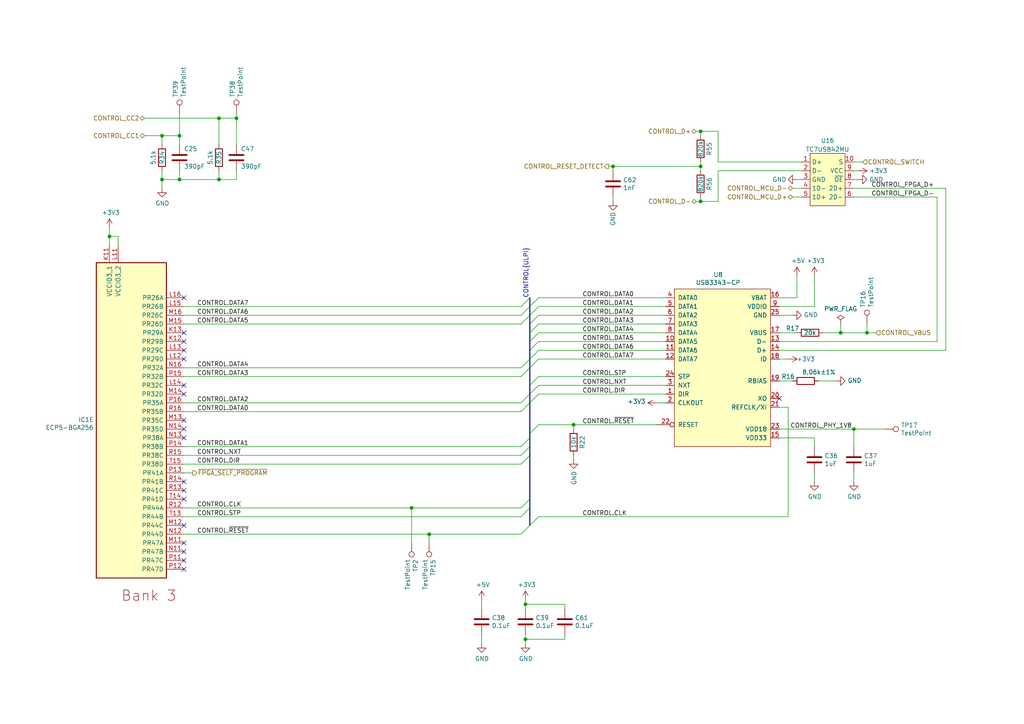
<source format=kicad_sch>
(kicad_sch (version 20211123) (generator eeschema)
  (paper "A4")
  (title_block (title "LUNA USB Multitool") (date "2023-02-17") (rev "r0.5+") (company "Copyright 2019-2023 Great Scott Gadgets") (comment 1 "Licensed under the CERN-OHL-P v2"))
  (lib_symbols
    (symbol "Connector:TestPoint" (pin_numbers hide) (pin_names (offset 0.762) hide)
      (property "Reference" "TP" (at 0 6.858 0))
      (property "Value" "TestPoint" (at 0 5.08 0))
      (symbol "TestPoint_0_1"
        (circle (center 0 3.302) (radius 0.762))
      )
      (symbol "TestPoint_1_1"
        (pin passive line (at 0 0 90) (length 2.54) (name "1") (number "1"))
      )
    )
    (symbol "Device:C" (pin_numbers hide) (pin_names (offset 0.254))
      (property "Reference" "C" (at 0.635 2.54 0))
      (property "Value" "C" (at 0.635 -2.54 0))
      (symbol "C_0_1"
        (polyline (pts (xy -2.032 -0.762) (xy 2.032 -0.762)) (stroke (width 0.508)))
        (polyline (pts (xy -2.032 0.762) (xy 2.032 0.762)) (stroke (width 0.508)))
      )
      (symbol "C_1_1"
        (pin passive line (at 0 3.81 270) (length 2.794) (name "~") (number "1"))
        (pin passive line (at 0 -3.81 90) (length 2.794) (name "~") (number "2"))
      )
    )
    (symbol "Device:R" (pin_numbers hide) (pin_names (offset 0))
      (property "Reference" "R" (at 2.032 0 90))
      (property "Value" "R" (at 0 0 90))
      (symbol "R_0_1"
        (rectangle (start -1.016 -2.54) (end 1.016 2.54) (stroke (width 0.254)))
      )
      (symbol "R_1_1"
        (pin passive line (at 0 3.81 270) (length 1.27) (name "~") (number "1"))
        (pin passive line (at 0 -3.81 90) (length 1.27) (name "~") (number "2"))
      )
    )
    (symbol "TC7USB42MU_1"
      (property "Reference" "U" (at 0 8.89 0))
      (property "Value" "TC7USB42MU_1" (at 0 -8.89 0))
      (symbol "TC7USB42MU_1_0_1"
        (rectangle (start -5.08 7.62) (end 5.08 -7.62) (stroke (width 0.1524)) (fill (type background)))
      )
      (symbol "TC7USB42MU_1_1_1"
        (pin bidirectional line (at -7.62 5.08 0) (length 2.54) (name "D+") (number "1"))
        (pin input line (at 7.62 5.08 180) (length 2.54) (name "S") (number "10"))
        (pin bidirectional line (at -7.62 2.54 0) (length 2.54) (name "D-") (number "2"))
        (pin power_in line (at -7.62 0 0) (length 2.54) (name "GND") (number "3"))
        (pin bidirectional line (at -7.62 -2.54 0) (length 2.54) (name "1D-") (number "4"))
        (pin bidirectional line (at -7.62 -5.08 0) (length 2.54) (name "1D+") (number "5"))
        (pin bidirectional line (at 7.62 -5.08 180) (length 2.54) (name "2D-") (number "6"))
        (pin bidirectional line (at 7.62 -2.54 180) (length 2.54) (name "2D+") (number "7"))
        (pin input line (at 7.62 0 180) (length 2.54) (name "~{OE}") (number "8"))
        (pin power_in line (at 7.62 2.54 180) (length 2.54) (name "VCC") (number "9"))
      )
    )
    (symbol "fpgas_and_processors:ECP5-BGA256" (pin_names (offset 0.762))
      (property "Reference" "IC" (at -2.54 1.27 0))
      (property "Value" "ECP5-BGA256" (at 10.16 1.27 0))
      (symbol "ECP5-BGA256_1_0"
        (rectangle (start 5.08 0) (end 33.02 -71.12) (stroke (width 0.3048)) (fill (type background)))
      )
      (symbol "ECP5-BGA256_1_1"
        (text "FPGA Supplies" (at 19.05 -76.2 0) (effects (font (size 2.9972 2.9972))))
        (pin power_in line (at 38.1 -2.54 180) (length 5.08) (name "GND_1") (number "A1"))
        (pin power_in line (at 38.1 -5.08 180) (length 5.08) (name "GND_2") (number "A16"))
        (pin power_in line (at 38.1 -10.16 180) (length 5.08) (name "GND_4") (number "D15"))
        (pin power_in line (at 38.1 -7.62 180) (length 5.08) (name "GND_3") (number "D2"))
        (pin power_in line (at 38.1 -12.7 180) (length 5.08) (name "GND_5") (number "F8"))
        (pin power_in line (at 38.1 -15.24 180) (length 5.08) (name "GND_6") (number "F9"))
        (pin power_in line (at 38.1 -20.32 180) (length 5.08) (name "GND_8") (number "G10"))
        (pin power_in line (at 0 -66.04 0) (length 5.08) (name "VCCAUX_1") (number "G11"))
        (pin power_in line (at 0 -2.54 0) (length 5.08) (name "VCC_1") (number "G6"))
        (pin power_in line (at 0 -5.08 0) (length 5.08) (name "VCC_2") (number "G7"))
        (pin power_in line (at 38.1 -17.78 180) (length 5.08) (name "GND_7") (number "G8"))
        (pin power_in line (at 0 -7.62 0) (length 5.08) (name "VCC_3") (number "G9"))
        (pin power_in line (at 38.1 -22.86 180) (length 5.08) (name "GND_9") (number "H1"))
        (pin power_in line (at 38.1 -30.48 180) (length 5.08) (name "GND_12") (number "H10"))
        (pin power_in line (at 38.1 -33.02 180) (length 5.08) (name "GND_13") (number "H16"))
        (pin power_in line (at 38.1 -25.4 180) (length 5.08) (name "GND_10") (number "H8"))
        (pin power_in line (at 38.1 -27.94 180) (length 5.08) (name "GND_11") (number "H9"))
        (pin power_in line (at 38.1 -40.64 180) (length 5.08) (name "GND_16") (number "J10"))
        (pin power_in line (at 38.1 -35.56 180) (length 5.08) (name "GND_14") (number "J8"))
        (pin power_in line (at 38.1 -38.1 180) (length 5.08) (name "GND_15") (number "J9"))
        (pin power_in line (at 38.1 -53.34 180) (length 5.08) (name "GND_21") (number "K10"))
        (pin power_in line (at 38.1 -43.18 180) (length 5.08) (name "GND_17") (number "K6"))
        (pin power_in line (at 38.1 -45.72 180) (length 5.08) (name "GND_18") (number "K7"))
        (pin power_in line (at 38.1 -48.26 180) (length 5.08) (name "GND_19") (number "K8"))
        (pin power_in line (at 38.1 -50.8 180) (length 5.08) (name "GND_20") (number "K9"))
        (pin power_in line (at 0 -15.24 0) (length 5.08) (name "VCC_6") (number "L10"))
        (pin power_in line (at 0 -68.58 0) (length 5.08) (name "VCCAUX_2") (number "L7"))
        (pin power_in line (at 0 -10.16 0) (length 5.08) (name "VCC_4") (number "L8"))
        (pin power_in line (at 0 -12.7 0) (length 5.08) (name "VCC_5") (number "L9"))
        (pin power_in line (at 38.1 -58.42 180) (length 5.08) (name "GND_23") (number "N15"))
        (pin power_in line (at 38.1 -55.88 180) (length 5.08) (name "GND_22") (number "N2"))
        (pin power_in line (at 38.1 -60.96 180) (length 5.08) (name "GND_24") (number "T1"))
        (pin power_in line (at 38.1 -66.04 180) (length 5.08) (name "GND_26") (number "T12"))
        (pin power_in line (at 38.1 -68.58 180) (length 5.08) (name "GND_27") (number "T16"))
        (pin power_in line (at 38.1 -63.5 180) (length 5.08) (name "GND_25") (number "T5"))
      )
      (symbol "ECP5-BGA256_2_1"
        (rectangle (start 0 0) (end 19.05 -74.93) (stroke (width 0.3048)) (fill (type background)))
        (text "Bank 0" (at 10.16 -78.74 0) (effects (font (size 2.9972 2.9972))))
        (pin bidirectional line (at 24.13 -11.43 180) (length 5.08) (name "PT4A") (number "A2"))
        (pin bidirectional line (at 24.13 -16.51 180) (length 5.08) (name "PT6A") (number "A3"))
        (pin bidirectional line (at 24.13 -19.05 180) (length 5.08) (name "PT6B") (number "A4"))
        (pin bidirectional line (at 24.13 -43.18 180) (length 5.08) (name "PT18A") (number "A5"))
        (pin bidirectional line (at 24.13 -45.72 180) (length 5.08) (name "PT18B") (number "A6"))
        (pin bidirectional line (at 24.13 -68.58 180) (length 5.08) (name "PT29A") (number "A7"))
        (pin bidirectional line (at 24.13 -71.12 180) (length 5.08) (name "PT29B") (number "A8"))
        (pin bidirectional line (at 24.13 -13.97 180) (length 5.08) (name "PT4B") (number "B3"))
        (pin bidirectional line (at 24.13 -29.21 180) (length 5.08) (name "PT11B") (number "B4"))
        (pin bidirectional line (at 24.13 -39.37 180) (length 5.08) (name "PT15B") (number "B5"))
        (pin bidirectional line (at 24.13 -55.88 180) (length 5.08) (name "PT22B") (number "B6"))
        (pin bidirectional line (at 24.13 -66.04 180) (length 5.08) (name "PT27B") (number "B7"))
        (pin bidirectional line (at 24.13 -26.67 180) (length 5.08) (name "PT11A") (number "C4"))
        (pin bidirectional line (at 24.13 -36.83 180) (length 5.08) (name "PT15A") (number "C5"))
        (pin bidirectional line (at 24.13 -53.34 180) (length 5.08) (name "PT22A") (number "C6"))
        (pin bidirectional line (at 24.13 -63.5 180) (length 5.08) (name "PT27A") (number "C7"))
        (pin bidirectional line (at 24.13 -24.13 180) (length 5.08) (name "PT9B") (number "D4"))
        (pin bidirectional line (at 24.13 -34.29 180) (length 5.08) (name "PT13B") (number "D5"))
        (pin bidirectional line (at 24.13 -50.8 180) (length 5.08) (name "PT20B") (number "D6"))
        (pin bidirectional line (at 24.13 -60.96 180) (length 5.08) (name "PT24B") (number "D7"))
        (pin bidirectional line (at 24.13 -21.59 180) (length 5.08) (name "PT9A") (number "E4"))
        (pin bidirectional line (at 24.13 -31.75 180) (length 5.08) (name "PT13A") (number "E5"))
        (pin bidirectional line (at 24.13 -48.26 180) (length 5.08) (name "PT20A") (number "E6"))
        (pin bidirectional line (at 24.13 -58.42 180) (length 5.08) (name "PT24A") (number "E7"))
        (pin power_in line (at 7.62 5.08 270) (length 5.08) (name "VCCIO0_1") (number "F6"))
        (pin power_in line (at 5.08 5.08 270) (length 5.08) (name "VCCIO0_2") (number "F7"))
      )
      (symbol "ECP5-BGA256_3_0"
        (rectangle (start 0 0) (end 21.59 -93.98) (stroke (width 0.3048)) (fill (type background)))
      )
      (symbol "ECP5-BGA256_3_1"
        (text "Bank 1" (at 8.89 -96.52 0) (effects (font (size 2.9972 2.9972))))
        (pin bidirectional line (at 26.67 -34.29 180) (length 5.08) (name "PT42B") (number "A10"))
        (pin bidirectional line (at 26.67 -57.15 180) (length 5.08) (name "PT53A") (number "A11"))
        (pin bidirectional line (at 26.67 -59.69 180) (length 5.08) (name "PT53B") (number "A12"))
        (pin bidirectional line (at 26.67 -82.55 180) (length 5.08) (name "PT65A") (number "A13"))
        (pin bidirectional line (at 26.67 -85.09 180) (length 5.08) (name "PT65B") (number "A14"))
        (pin bidirectional line (at 26.67 -90.17 180) (length 5.08) (name "PT67B") (number "A15"))
        (pin bidirectional line (at 26.67 -31.75 180) (length 5.08) (name "PT42A") (number "A9"))
        (pin bidirectional line (at 26.67 -36.83 180) (length 5.08) (name "PT44A") (number "B10"))
        (pin bidirectional line (at 26.67 -46.99 180) (length 5.08) (name "PT49A") (number "B11"))
        (pin bidirectional line (at 26.67 -62.23 180) (length 5.08) (name "PT56A") (number "B12"))
        (pin bidirectional line (at 26.67 -72.39 180) (length 5.08) (name "PT60A") (number "B13"))
        (pin bidirectional line (at 26.67 -87.63 180) (length 5.08) (name "PT67A") (number "B14"))
        (pin bidirectional line (at 26.67 -19.05 180) (length 5.08) (name "PT35B") (number "B8"))
        (pin bidirectional line (at 26.67 -21.59 180) (length 5.08) (name "PT38A") (number "B9"))
        (pin bidirectional line (at 26.67 -39.37 180) (length 5.08) (name "PT44B") (number "C10"))
        (pin bidirectional line (at 26.67 -49.53 180) (length 5.08) (name "PT49B") (number "C11"))
        (pin bidirectional line (at 26.67 -64.77 180) (length 5.08) (name "PT56B") (number "C12"))
        (pin bidirectional line (at 26.67 -74.93 180) (length 5.08) (name "PT60B") (number "C13"))
        (pin bidirectional line (at 26.67 -16.51 180) (length 5.08) (name "PT35A") (number "C8"))
        (pin bidirectional line (at 26.67 -24.13 180) (length 5.08) (name "PT38B") (number "C9"))
        (pin bidirectional line (at 26.67 -41.91 180) (length 5.08) (name "PT47A") (number "D10"))
        (pin bidirectional line (at 26.67 -52.07 180) (length 5.08) (name "PT51A") (number "D11"))
        (pin bidirectional line (at 26.67 -67.31 180) (length 5.08) (name "PT58A") (number "D12"))
        (pin bidirectional line (at 26.67 -77.47 180) (length 5.08) (name "PT62A") (number "D13"))
        (pin bidirectional line (at 26.67 -13.97 180) (length 5.08) (name "PT33B") (number "D8"))
        (pin bidirectional line (at 26.67 -26.67 180) (length 5.08) (name "PT40A") (number "D9"))
        (pin bidirectional line (at 26.67 -44.45 180) (length 5.08) (name "PT47B") (number "E10"))
        (pin bidirectional line (at 26.67 -54.61 180) (length 5.08) (name "PT51B") (number "E11"))
        (pin bidirectional line (at 26.67 -69.85 180) (length 5.08) (name "PT58B") (number "E12"))
        (pin bidirectional line (at 26.67 -80.01 180) (length 5.08) (name "PT62B") (number "E13"))
        (pin bidirectional line (at 26.67 -11.43 180) (length 5.08) (name "PT33A") (number "E8"))
        (pin bidirectional line (at 26.67 -29.21 180) (length 5.08) (name "PT40B") (number "E9"))
        (pin power_in line (at 6.35 5.08 270) (length 5.08) (name "VCCIO1_1") (number "F10"))
        (pin power_in line (at 3.81 5.08 270) (length 5.08) (name "VCCIO1_2") (number "F11"))
      )
      (symbol "ECP5-BGA256_4_1"
        (rectangle (start 0 0) (end 19.05 -93.98) (stroke (width 0.3048)) (fill (type background)))
        (text "Bank 2" (at 10.16 -97.79 0) (effects (font (size 2.9972 2.9972))))
        (pin bidirectional line (at 24.13 -13.97 180) (length 5.08) (name "PR2B") (number "B15"))
        (pin bidirectional line (at 24.13 -11.43 180) (length 5.08) (name "PR2A") (number "B16"))
        (pin bidirectional line (at 24.13 -16.51 180) (length 5.08) (name "PR2C") (number "C14"))
        (pin bidirectional line (at 24.13 -24.13 180) (length 5.08) (name "PR5B") (number "C15"))
        (pin bidirectional line (at 24.13 -21.59 180) (length 5.08) (name "PR5A") (number "C16"))
        (pin bidirectional line (at 24.13 -19.05 180) (length 5.08) (name "PR2D") (number "D14"))
        (pin bidirectional line (at 24.13 -31.75 180) (length 5.08) (name "PR8A") (number "D16"))
        (pin bidirectional line (at 24.13 -26.67 180) (length 5.08) (name "PR5C") (number "E14"))
        (pin bidirectional line (at 24.13 -34.29 180) (length 5.08) (name "PR8B") (number "E15"))
        (pin bidirectional line (at 24.13 -49.53 180) (length 5.08) (name "PR11D") (number "E16"))
        (pin bidirectional line (at 24.13 -39.37 180) (length 5.08) (name "PR8D") (number "F12"))
        (pin bidirectional line (at 24.13 -36.83 180) (length 5.08) (name "PR8C") (number "F13"))
        (pin bidirectional line (at 24.13 -29.21 180) (length 5.08) (name "PR5D") (number "F14"))
        (pin bidirectional line (at 24.13 -46.99 180) (length 5.08) (name "PR11C") (number "F15"))
        (pin bidirectional line (at 24.13 -52.07 180) (length 5.08) (name "PR14A") (number "F16"))
        (pin bidirectional line (at 24.13 -41.91 180) (length 5.08) (name "PR11A") (number "G12"))
        (pin bidirectional line (at 24.13 -44.45 180) (length 5.08) (name "PR11B") (number "G13"))
        (pin bidirectional line (at 24.13 -57.15 180) (length 5.08) (name "PR14C") (number "G14"))
        (pin bidirectional line (at 24.13 -54.61 180) (length 5.08) (name "PR14B") (number "G15"))
        (pin bidirectional line (at 24.13 -72.39 180) (length 5.08) (name "PR20A") (number "G16"))
        (pin power_in line (at 3.81 5.08 270) (length 5.08) (name "VCCIO2_1") (number "H11"))
        (pin bidirectional line (at 24.13 -62.23 180) (length 5.08) (name "PR17A") (number "H12"))
        (pin bidirectional line (at 24.13 -64.77 180) (length 5.08) (name "PR17B") (number "H13"))
        (pin bidirectional line (at 24.13 -59.69 180) (length 5.08) (name "PR14D") (number "H14"))
        (pin bidirectional line (at 24.13 -74.93 180) (length 5.08) (name "PR20B") (number "H15"))
        (pin power_in line (at 6.35 5.08 270) (length 5.08) (name "VCCIO2_2") (number "J11"))
        (pin bidirectional line (at 24.13 -69.85 180) (length 5.08) (name "PR17D") (number "J12"))
        (pin bidirectional line (at 24.13 -67.31 180) (length 5.08) (name "PR17C") (number "J13"))
        (pin bidirectional line (at 24.13 -77.47 180) (length 5.08) (name "PR20C") (number "J14"))
        (pin bidirectional line (at 24.13 -85.09 180) (length 5.08) (name "PR23B") (number "J15"))
        (pin bidirectional line (at 24.13 -82.55 180) (length 5.08) (name "PR23A") (number "J16"))
        (pin bidirectional line (at 24.13 -80.01 180) (length 5.08) (name "PR20D") (number "K14"))
        (pin bidirectional line (at 24.13 -90.17 180) (length 5.08) (name "PR23D") (number "K15"))
        (pin bidirectional line (at 24.13 -87.63 180) (length 5.08) (name "PR23C") (number "K16"))
      )
      (symbol "ECP5-BGA256_5_0"
        (rectangle (start 0 0) (end 20.32 -91.44) (stroke (width 0.3048)) (fill (type background)))
      )
      (symbol "ECP5-BGA256_5_1"
        (text "Bank 3" (at 15.24 -96.52 0) (effects (font (size 2.9972 2.9972))))
        (pin power_in line (at 3.81 5.08 270) (length 5.08) (name "VCCIO3_1") (number "K11"))
        (pin bidirectional line (at 25.4 -22.86 180) (length 5.08) (name "PR29B") (number "K12"))
        (pin bidirectional line (at 25.4 -20.32 180) (length 5.08) (name "PR29A") (number "K13"))
        (pin power_in line (at 6.35 5.08 270) (length 5.08) (name "VCCIO3_2") (number "L11"))
        (pin bidirectional line (at 25.4 -27.94 180) (length 5.08) (name "PR29D") (number "L12"))
        (pin bidirectional line (at 25.4 -25.4 180) (length 5.08) (name "PR29C") (number "L13"))
        (pin bidirectional line (at 25.4 -35.56 180) (length 5.08) (name "PR32C") (number "L14"))
        (pin bidirectional line (at 25.4 -12.7 180) (length 5.08) (name "PR26B") (number "L15"))
        (pin bidirectional line (at 25.4 -10.16 180) (length 5.08) (name "PR26A") (number "L16"))
        (pin bidirectional line (at 25.4 -81.28 180) (length 5.08) (name "PR47A") (number "M11"))
        (pin bidirectional line (at 25.4 -76.2 180) (length 5.08) (name "PR44C") (number "M12"))
        (pin bidirectional line (at 25.4 -45.72 180) (length 5.08) (name "PR35C") (number "M13"))
        (pin bidirectional line (at 25.4 -38.1 180) (length 5.08) (name "PR32D") (number "M14"))
        (pin bidirectional line (at 25.4 -17.78 180) (length 5.08) (name "PR26D") (number "M15"))
        (pin bidirectional line (at 25.4 -15.24 180) (length 5.08) (name "PR26C") (number "M16"))
        (pin bidirectional line (at 25.4 -83.82 180) (length 5.08) (name "PR47B") (number "N11"))
        (pin bidirectional line (at 25.4 -78.74 180) (length 5.08) (name "PR44D") (number "N12"))
        (pin bidirectional line (at 25.4 -50.8 180) (length 5.08) (name "PR38A") (number "N13"))
        (pin bidirectional line (at 25.4 -48.26 180) (length 5.08) (name "PR35D") (number "N14"))
        (pin bidirectional line (at 25.4 -30.48 180) (length 5.08) (name "PR32A") (number "N16"))
        (pin bidirectional line (at 25.4 -86.36 180) (length 5.08) (name "PR47C") (number "P11"))
        (pin bidirectional line (at 25.4 -88.9 180) (length 5.08) (name "PR47D") (number "P12"))
        (pin bidirectional line (at 25.4 -60.96 180) (length 5.08) (name "PR41A") (number "P13"))
        (pin bidirectional line (at 25.4 -53.34 180) (length 5.08) (name "PR38B") (number "P14"))
        (pin bidirectional line (at 25.4 -33.02 180) (length 5.08) (name "PR32B") (number "P15"))
        (pin bidirectional line (at 25.4 -40.64 180) (length 5.08) (name "PR35A") (number "P16"))
        (pin bidirectional line (at 25.4 -71.12 180) (length 5.08) (name "PR44A") (number "R12"))
        (pin bidirectional line (at 25.4 -66.04 180) (length 5.08) (name "PR41C") (number "R13"))
        (pin bidirectional line (at 25.4 -63.5 180) (length 5.08) (name "PR41B") (number "R14"))
        (pin bidirectional line (at 25.4 -55.88 180) (length 5.08) (name "PR38C") (number "R15"))
        (pin bidirectional line (at 25.4 -43.18 180) (length 5.08) (name "PR35B") (number "R16"))
        (pin bidirectional line (at 25.4 -73.66 180) (length 5.08) (name "PR44B") (number "T13"))
        (pin bidirectional line (at 25.4 -68.58 180) (length 5.08) (name "PR41D") (number "T14"))
        (pin bidirectional line (at 25.4 -58.42 180) (length 5.08) (name "PR38D") (number "T15"))
      )
      (symbol "ECP5-BGA256_6_1"
        (rectangle (start 0 0) (end 19.05 -106.68) (stroke (width 0.3048)) (fill (type background)))
        (text "Bank 6" (at 11.43 -110.49 0) (effects (font (size 2.9972 2.9972))))
        (pin power_in line (at 3.81 5.08 270) (length 5.08) (name "VCCIO6_1") (number "J6"))
        (pin power_in line (at 6.35 5.08 270) (length 5.08) (name "VCCIO6_2") (number "J7"))
        (pin bidirectional line (at 24.13 -25.4 180) (length 5.08) (name "PL29A") (number "K4"))
        (pin bidirectional line (at 24.13 -27.94 180) (length 5.08) (name "PL29B") (number "K5"))
        (pin bidirectional line (at 24.13 -13.97 180) (length 5.08) (name "PL26A") (number "L1"))
        (pin bidirectional line (at 24.13 -16.51 180) (length 5.08) (name "PL26B") (number "L2"))
        (pin bidirectional line (at 24.13 -41.91 180) (length 5.08) (name "PL32C") (number "L3"))
        (pin bidirectional line (at 24.13 -30.48 180) (length 5.08) (name "PL29C") (number "L4"))
        (pin bidirectional line (at 24.13 -33.02 180) (length 5.08) (name "PL29D") (number "L5"))
        (pin bidirectional line (at 24.13 -19.05 180) (length 5.08) (name "PL26C") (number "M1"))
        (pin bidirectional line (at 24.13 -21.59 180) (length 5.08) (name "PL26D") (number "M2"))
        (pin bidirectional line (at 24.13 -44.45 180) (length 5.08) (name "PL32D") (number "M3"))
        (pin bidirectional line (at 24.13 -53.34 180) (length 5.08) (name "PL35C") (number "M4"))
        (pin bidirectional line (at 24.13 -78.74 180) (length 5.08) (name "PL44C") (number "M5"))
        (pin bidirectional line (at 24.13 -96.52 180) (length 5.08) (name "PL47A") (number "M6"))
        (pin bidirectional line (at 24.13 -36.83 180) (length 5.08) (name "PL32A") (number "N1"))
        (pin bidirectional line (at 24.13 -55.88 180) (length 5.08) (name "PL35D") (number "N3"))
        (pin bidirectional line (at 24.13 -60.96 180) (length 5.08) (name "PL38A") (number "N4"))
        (pin bidirectional line (at 24.13 -81.28 180) (length 5.08) (name "PL44D") (number "N5"))
        (pin bidirectional line (at 24.13 -99.06 180) (length 5.08) (name "PL47B") (number "N6"))
        (pin bidirectional line (at 24.13 -48.26 180) (length 5.08) (name "PL35A") (number "P1"))
        (pin bidirectional line (at 24.13 -39.37 180) (length 5.08) (name "PL32B") (number "P2"))
        (pin bidirectional line (at 24.13 -63.5 180) (length 5.08) (name "PL38B") (number "P3"))
        (pin bidirectional line (at 24.13 -85.09 180) (length 5.08) (name "PL41A") (number "P4"))
        (pin bidirectional line (at 24.13 -101.6 180) (length 5.08) (name "PL47D") (number "P5"))
        (pin bidirectional line (at 24.13 -104.14 180) (length 5.08) (name "PL47C") (number "P6"))
        (pin bidirectional line (at 24.13 -50.8 180) (length 5.08) (name "PL35B") (number "R1"))
        (pin bidirectional line (at 24.13 -66.04 180) (length 5.08) (name "PL38C") (number "R2"))
        (pin bidirectional line (at 24.13 -87.63 180) (length 5.08) (name "PL41B") (number "R3"))
        (pin bidirectional line (at 24.13 -90.17 180) (length 5.08) (name "PL41C") (number "R4"))
        (pin bidirectional line (at 24.13 -73.66 180) (length 5.08) (name "PL44A") (number "R5"))
        (pin bidirectional line (at 24.13 -68.58 180) (length 5.08) (name "PL38D") (number "T2"))
        (pin bidirectional line (at 24.13 -92.71 180) (length 5.08) (name "PL41D") (number "T3"))
        (pin bidirectional line (at 24.13 -76.2 180) (length 5.08) (name "PL44B") (number "T4"))
      )
      (symbol "ECP5-BGA256_7_1"
        (rectangle (start 0 0) (end 20.32 -109.22) (stroke (width 0.3048)) (fill (type background)))
        (text "Bank 7" (at 12.7 -113.03 0) (effects (font (size 2.9972 2.9972))))
        (pin bidirectional line (at 25.4 -10.16 180) (length 5.08) (name "PL2A") (number "B1"))
        (pin bidirectional line (at 25.4 -12.7 180) (length 5.08) (name "PL2B") (number "B2"))
        (pin bidirectional line (at 25.4 -22.86 180) (length 5.08) (name "PL5A") (number "C1"))
        (pin bidirectional line (at 25.4 -25.4 180) (length 5.08) (name "PL5B") (number "C2"))
        (pin bidirectional line (at 25.4 -15.24 180) (length 5.08) (name "PL2C") (number "C3"))
        (pin bidirectional line (at 25.4 -35.56 180) (length 5.08) (name "PL8A") (number "D1"))
        (pin bidirectional line (at 25.4 -17.78 180) (length 5.08) (name "PL2D") (number "D3"))
        (pin bidirectional line (at 25.4 -54.61 180) (length 5.08) (name "PL11D") (number "E1"))
        (pin bidirectional line (at 25.4 -38.1 180) (length 5.08) (name "PL8B") (number "E2"))
        (pin bidirectional line (at 25.4 -27.94 180) (length 5.08) (name "PL5C") (number "E3"))
        (pin bidirectional line (at 25.4 -59.69 180) (length 5.08) (name "PL14A") (number "F1"))
        (pin bidirectional line (at 25.4 -52.07 180) (length 5.08) (name "PL11C") (number "F2"))
        (pin bidirectional line (at 25.4 -30.48 180) (length 5.08) (name "PL5D") (number "F3"))
        (pin bidirectional line (at 25.4 -40.64 180) (length 5.08) (name "PL8C") (number "F4"))
        (pin bidirectional line (at 25.4 -43.18 180) (length 5.08) (name "PL8D") (number "F5"))
        (pin bidirectional line (at 25.4 -82.55 180) (length 5.08) (name "PL20A") (number "G1"))
        (pin bidirectional line (at 25.4 -62.23 180) (length 5.08) (name "PL14B") (number "G2"))
        (pin bidirectional line (at 25.4 -64.77 180) (length 5.08) (name "PL14C") (number "G3"))
        (pin bidirectional line (at 25.4 -49.53 180) (length 5.08) (name "PL11B") (number "G4"))
        (pin bidirectional line (at 25.4 -46.99 180) (length 5.08) (name "PL11A") (number "G5"))
        (pin bidirectional line (at 25.4 -85.09 180) (length 5.08) (name "PL20B") (number "H2"))
        (pin bidirectional line (at 25.4 -67.31 180) (length 5.08) (name "PL14D") (number "H3"))
        (pin bidirectional line (at 25.4 -73.66 180) (length 5.08) (name "PL17B") (number "H4"))
        (pin bidirectional line (at 25.4 -71.12 180) (length 5.08) (name "PL17A") (number "H5"))
        (pin power_in line (at 7.62 5.08 270) (length 5.08) (name "VCCIO7_1") (number "H6"))
        (pin power_in line (at 5.08 5.08 270) (length 5.08) (name "VCCIO7_2") (number "H7"))
        (pin bidirectional line (at 25.4 -95.25 180) (length 5.08) (name "PL23A") (number "J1"))
        (pin bidirectional line (at 25.4 -97.79 180) (length 5.08) (name "PL23B") (number "J2"))
        (pin bidirectional line (at 25.4 -87.63 180) (length 5.08) (name "PL20C") (number "J3"))
        (pin bidirectional line (at 25.4 -76.2 180) (length 5.08) (name "PL17C") (number "J4"))
        (pin bidirectional line (at 25.4 -78.74 180) (length 5.08) (name "PL17D") (number "J5"))
        (pin bidirectional line (at 25.4 -100.33 180) (length 5.08) (name "PL23C") (number "K1"))
        (pin bidirectional line (at 25.4 -102.87 180) (length 5.08) (name "PL23D") (number "K2"))
        (pin bidirectional line (at 25.4 -90.17 180) (length 5.08) (name "PL20D") (number "K3"))
      )
      (symbol "ECP5-BGA256_8_0"
        (text "(Config)" (at 13.97 -97.79 0) (effects (font (size 2.9972 2.9972))))
        (text "Bank 8" (at 13.97 -92.71 0) (effects (font (size 2.9972 2.9972))))
      )
      (symbol "ECP5-BGA256_8_1"
        (rectangle (start 0 0) (end 21.59 -88.9) (stroke (width 0.3048)) (fill (type background)))
        (pin power_in line (at 5.08 5.08 270) (length 5.08) (name "VCCIO8") (number "L6"))
        (pin output line (at 26.67 -57.15 180) (length 5.08) (name "TDO") (number "M10"))
        (pin bidirectional line (at 26.67 -24.13 180) (length 5.08) (name "D2/PB9B") (number "M7"))
        (pin bidirectional line (at 26.67 -39.37 180) (length 5.08) (name "DOUT/CSON/PB15B") (number "M8"))
        (pin bidirectional line (at 26.67 -41.91 180) (length 5.08) (name "WRITEEN/PB18A") (number "M9"))
        (pin input line (at 26.67 -68.58 180) (length 5.08) (name "CFG_0") (number "N10"))
        (pin bidirectional line (at 26.67 -21.59 180) (length 5.08) (name "D3/PB9A") (number "N7"))
        (pin bidirectional line (at 26.67 -36.83 180) (length 5.08) (name "HOLDN/DI/PB15A") (number "N8"))
        (pin bidirectional line (at 26.67 -63.5 180) (length 5.08) (name "MCLK/SCLK/CCLK") (number "N9"))
        (pin input line (at 26.67 -71.12 180) (length 5.08) (name "CFG_1") (number "P10"))
        (pin bidirectional line (at 26.67 -19.05 180) (length 5.08) (name "D4/PICO2/PB6B") (number "P7"))
        (pin bidirectional line (at 26.67 -34.29 180) (length 5.08) (name "CS1N/PB13B") (number "P8"))
        (pin bidirectional line (at 26.67 -80.01 180) (length 5.08) (name "DONE") (number "P9"))
        (pin input line (at 26.67 -73.66 180) (length 5.08) (name "CFG_2") (number "R10"))
        (pin input line (at 26.67 -54.61 180) (length 5.08) (name "TDI") (number "R11"))
        (pin bidirectional line (at 26.67 -13.97 180) (length 5.08) (name "D6/PB4B") (number "R6"))
        (pin bidirectional line (at 26.67 -16.51 180) (length 5.08) (name "D5/POCI2/PB6A") (number "R7"))
        (pin bidirectional line (at 26.67 -31.75 180) (length 5.08) (name "SN/CSN/PB13A") (number "R8"))
        (pin bidirectional line (at 26.67 -85.09 180) (length 5.08) (name "PROGRAMN") (number "R9"))
        (pin input line (at 26.67 -52.07 180) (length 5.08) (name "TCK") (number "T10"))
        (pin input line (at 26.67 -49.53 180) (length 5.08) (name "TMS") (number "T11"))
        (pin bidirectional line (at 26.67 -11.43 180) (length 5.08) (name "D7/PB4A") (number "T6"))
        (pin bidirectional line (at 26.67 -26.67 180) (length 5.08) (name "D1/PICO/PB11A") (number "T7"))
        (pin bidirectional line (at 26.67 -29.21 180) (length 5.08) (name "D0/PICO/PB11B") (number "T8"))
        (pin bidirectional line (at 26.67 -82.55 180) (length 5.08) (name "INITN") (number "T9"))
      )
    )
    (symbol "power:+3V3" (power) (pin_names (offset 0))
      (property "Value" "+3V3" (at 0 3.556 0))
      (symbol "+3V3_0_1"
        (polyline (pts (xy -0.762 1.27) (xy 0 2.54)))
        (polyline (pts (xy 0 0) (xy 0 2.54)))
        (polyline (pts (xy 0 2.54) (xy 0.762 1.27)))
      )
      (symbol "+3V3_1_1"
        (pin power_in line (at 0 0 90) (length 0) hide (name "+3V3") (number "1"))
      )
    )
    (symbol "power:+5V" (power) (pin_names (offset 0))
      (property "Value" "+5V" (at 0 3.556 0))
      (symbol "+5V_0_1"
        (polyline (pts (xy -0.762 1.27) (xy 0 2.54)))
        (polyline (pts (xy 0 0) (xy 0 2.54)))
        (polyline (pts (xy 0 2.54) (xy 0.762 1.27)))
      )
      (symbol "+5V_1_1"
        (pin power_in line (at 0 0 90) (length 0) hide (name "+5V") (number "1"))
      )
    )
    (symbol "power:GND" (power) (pin_names (offset 0))
      (property "Value" "GND" (at 0 -3.81 0))
      (symbol "GND_0_1"
        (polyline (pts (xy 0 0) (xy 0 -1.27) (xy 1.27 -1.27) (xy 0 -2.54) (xy -1.27 -1.27) (xy 0 -1.27)))
      )
      (symbol "GND_1_1"
        (pin power_in line (at 0 0 270) (length 0) hide (name "GND") (number "1"))
      )
    )
    (symbol "power:PWR_FLAG" (power) (pin_numbers hide) (pin_names (offset 0) hide)
      (property "Value" "PWR_FLAG" (at 0 3.81 0))
      (symbol "PWR_FLAG_0_0"
        (pin power_out line (at 0 0 90) (length 0) (name "pwr") (number "1"))
      )
      (symbol "PWR_FLAG_0_1"
        (polyline (pts (xy 0 0) (xy 0 1.27) (xy -1.016 1.905) (xy 0 2.54) (xy 1.016 1.905) (xy 0 1.27)))
      )
    )
    (symbol "usb:USB3343" (pin_names (offset 1.016))
      (property "Reference" "U" (at 3.81 -46.99 0))
      (property "Value" "USB3343" (at 25.4 -46.99 0))
      (symbol "USB3343_0_1"
        (rectangle (start 2.54 0) (end 30.48 -45.72) (fill (type background)))
      )
      (symbol "USB3343_1_1"
        (pin output line (at 0 -30.48 0) (length 2.54) (name "DIR") (number "1"))
        (pin bidirectional line (at 0 -15.24 0) (length 2.54) (name "DATA5") (number "10"))
        (pin bidirectional line (at 0 -17.78 0) (length 2.54) (name "DATA6") (number "11"))
        (pin bidirectional line (at 0 -20.32 0) (length 2.54) (name "DATA7") (number "12"))
        (pin bidirectional line (at 33.02 -15.24 180) (length 2.54) (name "D-") (number "13"))
        (pin bidirectional line (at 33.02 -17.78 180) (length 2.54) (name "D+") (number "14"))
        (pin power_out line (at 33.02 -43.18 180) (length 2.54) (name "VDD33") (number "15"))
        (pin power_in line (at 33.02 -2.54 180) (length 2.54) (name "VBAT") (number "16"))
        (pin bidirectional line (at 33.02 -12.7 180) (length 2.54) (name "VBUS") (number "17"))
        (pin input line (at 33.02 -20.32 180) (length 2.54) (name "ID") (number "18"))
        (pin input line (at 33.02 -26.67 180) (length 2.54) (name "RBIAS") (number "19"))
        (pin passive line (at 0 -33.02 0) (length 2.54) (name "CLKOUT") (number "2"))
        (pin output line (at 33.02 -31.75 180) (length 2.54) (name "XO") (number "20"))
        (pin input line (at 33.02 -34.29 180) (length 2.54) (name "REFCLK/XI") (number "21"))
        (pin input inverted (at -2.54 -39.37 0) (length 5.08) (name "RESET") (number "22"))
        (pin power_out line (at 33.02 -40.64 180) (length 2.54) (name "VDD18") (number "23"))
        (pin input line (at 0 -25.4 0) (length 2.54) (name "STP") (number "24"))
        (pin power_in line (at 33.02 -7.62 180) (length 2.54) (name "GND") (number "25"))
        (pin output line (at 0 -27.94 0) (length 2.54) (name "NXT") (number "3"))
        (pin bidirectional line (at 0 -2.54 0) (length 2.54) (name "DATA0") (number "4"))
        (pin bidirectional line (at 0 -5.08 0) (length 2.54) (name "DATA1") (number "5"))
        (pin bidirectional line (at 0 -7.62 0) (length 2.54) (name "DATA2") (number "6"))
        (pin bidirectional line (at 0 -10.16 0) (length 2.54) (name "DATA3") (number "7"))
        (pin bidirectional line (at 0 -12.7 0) (length 2.54) (name "DATA4") (number "8"))
        (pin power_in line (at 33.02 -5.08 180) (length 2.54) (name "VDDIO") (number "9"))
      )
    )
  )
  (junction (at 68.58 34.29))
  (junction (at 152.4 185.42))
  (junction (at 52.07 52.07))
  (junction (at 63.5 34.29))
  (junction (at 251.46 96.52))
  (junction (at 203.2 58.42))
  (junction (at 243.84 96.52))
  (junction (at 119.38 147.32))
  (junction (at 52.07 39.37))
  (junction (at 31.75 68.58))
  (junction (at 46.99 52.07))
  (junction (at 166.37 123.19))
  (junction (at 203.2 48.26))
  (junction (at 124.46 154.94))
  (junction (at 177.8 48.26))
  (junction (at 247.65 124.46))
  (junction (at 203.2 38.1))
  (junction (at 152.4 175.26))
  (junction (at 63.5 52.07))
  (junction (at 46.99 39.37))
  (no_connect (at 53.34 160.02))
  (no_connect (at 53.34 139.7))
  (no_connect (at 53.34 157.48))
  (no_connect (at 53.34 162.56))
  (no_connect (at 53.34 142.24))
  (no_connect (at 53.34 99.06))
  (no_connect (at 53.34 124.46))
  (no_connect (at 53.34 86.36))
  (no_connect (at 53.34 165.1))
  (no_connect (at 53.34 101.6))
  (no_connect (at 53.34 96.52))
  (no_connect (at 53.34 104.14))
  (no_connect (at 53.34 121.92))
  (no_connect (at 53.34 144.78))
  (no_connect (at 53.34 111.76))
  (no_connect (at 53.34 152.4))
  (no_connect (at 226.06 115.57))
  (no_connect (at 53.34 127))
  (no_connect (at 53.34 114.3))
  (bus_entry (at 151.13 154.94) (size 2.54 -2.54))
  (bus_entry (at 156.21 114.3) (size -2.54 2.54))
  (bus_entry (at 156.21 86.36) (size -2.54 2.54))
  (bus_entry (at 151.13 106.68) (size 2.54 -2.54))
  (bus_entry (at 151.13 132.08) (size 2.54 -2.54))
  (bus_entry (at 153.67 152.4) (size 2.54 -2.54))
  (bus_entry (at 153.67 104.14) (size 2.54 -2.54))
  (bus_entry (at 153.67 111.76) (size 2.54 -2.54))
  (bus_entry (at 151.13 109.22) (size 2.54 -2.54))
  (bus_entry (at 153.67 106.68) (size 2.54 -2.54))
  (bus_entry (at 153.67 99.06) (size 2.54 -2.54))
  (bus_entry (at 151.13 91.44) (size 2.54 -2.54))
  (bus_entry (at 151.13 88.9) (size 2.54 -2.54))
  (bus_entry (at 153.67 96.52) (size 2.54 -2.54))
  (bus_entry (at 153.67 101.6) (size 2.54 -2.54))
  (bus_entry (at 153.67 93.98) (size 2.54 -2.54))
  (bus_entry (at 151.13 119.38) (size 2.54 -2.54))
  (bus_entry (at 153.67 132.08) (size -2.54 2.54))
  (bus_entry (at 153.67 125.73) (size 2.54 -2.54))
  (bus_entry (at 151.13 129.54) (size 2.54 -2.54))
  (bus_entry (at 151.13 116.84) (size 2.54 -2.54))
  (bus_entry (at 156.21 111.76) (size -2.54 2.54))
  (bus_entry (at 151.13 149.86) (size 2.54 -2.54))
  (bus_entry (at 151.13 93.98) (size 2.54 -2.54))
  (bus_entry (at 151.13 147.32) (size 2.54 -2.54))
  (bus_entry (at 153.67 91.44) (size 2.54 -2.54))
  (wire (pts (xy 53.34 132.08) (xy 151.13 132.08)))
  (wire (pts (xy 226.06 99.06) (xy 271.78 99.06)))
  (wire (pts (xy 243.84 96.52) (xy 251.46 96.52)))
  (wire (pts (xy 232.41 54.61) (xy 229.87 54.61)))
  (wire (pts (xy 229.87 110.49) (xy 226.06 110.49)))
  (bus (pts (xy 153.67 111.76) (xy 153.67 114.3)))
  (wire (pts (xy 243.84 93.98) (xy 243.84 96.52)))
  (wire (pts (xy 166.37 123.19) (xy 190.5 123.19)))
  (wire (pts (xy 166.37 132.08) (xy 166.37 133.35)))
  (wire (pts (xy 193.04 91.44) (xy 156.21 91.44)))
  (wire (pts (xy 274.32 101.6) (xy 274.32 54.61)))
  (wire (pts (xy 203.2 38.1) (xy 201.93 38.1)))
  (wire (pts (xy 52.07 33.02) (xy 52.07 39.37)))
  (wire (pts (xy 203.2 39.37) (xy 203.2 38.1)))
  (bus (pts (xy 153.67 116.84) (xy 153.67 125.73)))
  (bus (pts (xy 153.67 93.98) (xy 153.67 96.52)))
  (wire (pts (xy 208.28 58.42) (xy 208.28 49.53)))
  (wire (pts (xy 226.06 124.46) (xy 247.65 124.46)))
  (wire (pts (xy 203.2 57.15) (xy 203.2 58.42)))
  (wire (pts (xy 53.34 129.54) (xy 151.13 129.54)))
  (wire (pts (xy 231.14 86.36) (xy 231.14 80.01)))
  (bus (pts (xy 153.67 86.36) (xy 153.67 88.9)))
  (wire (pts (xy 271.78 57.15) (xy 247.65 57.15)))
  (wire (pts (xy 247.65 52.07) (xy 248.92 52.07)))
  (bus (pts (xy 153.67 132.08) (xy 153.67 144.78)))
  (wire (pts (xy 193.04 93.98) (xy 156.21 93.98)))
  (wire (pts (xy 124.46 154.94) (xy 53.34 154.94)))
  (wire (pts (xy 152.4 185.42) (xy 152.4 186.69)))
  (wire (pts (xy 203.2 58.42) (xy 208.28 58.42)))
  (wire (pts (xy 68.58 34.29) (xy 68.58 33.02)))
  (wire (pts (xy 68.58 52.07) (xy 63.5 52.07)))
  (bus (pts (xy 153.67 88.9) (xy 153.67 91.44)))
  (wire (pts (xy 271.78 99.06) (xy 271.78 57.15)))
  (wire (pts (xy 31.75 71.12) (xy 31.75 68.58)))
  (wire (pts (xy 203.2 48.26) (xy 177.8 48.26)))
  (wire (pts (xy 53.34 149.86) (xy 151.13 149.86)))
  (wire (pts (xy 250.19 46.99) (xy 247.65 46.99)))
  (wire (pts (xy 46.99 41.91) (xy 46.99 39.37)))
  (bus (pts (xy 153.67 125.73) (xy 153.67 127)))
  (wire (pts (xy 251.46 96.52) (xy 254 96.52)))
  (wire (pts (xy 152.4 184.15) (xy 152.4 185.42)))
  (wire (pts (xy 231.14 96.52) (xy 226.06 96.52)))
  (wire (pts (xy 247.65 129.54) (xy 247.65 124.46)))
  (wire (pts (xy 226.06 118.11) (xy 228.6 118.11)))
  (wire (pts (xy 52.07 49.53) (xy 52.07 52.07)))
  (wire (pts (xy 68.58 41.91) (xy 68.58 34.29)))
  (wire (pts (xy 31.75 68.58) (xy 34.29 68.58)))
  (wire (pts (xy 226.06 101.6) (xy 274.32 101.6)))
  (wire (pts (xy 177.8 48.26) (xy 176.53 48.26)))
  (wire (pts (xy 139.7 184.15) (xy 139.7 186.69)))
  (wire (pts (xy 193.04 86.36) (xy 156.21 86.36)))
  (wire (pts (xy 193.04 101.6) (xy 156.21 101.6)))
  (wire (pts (xy 232.41 49.53) (xy 208.28 49.53)))
  (wire (pts (xy 193.04 88.9) (xy 156.21 88.9)))
  (wire (pts (xy 166.37 123.19) (xy 156.21 123.19)))
  (wire (pts (xy 53.34 91.44) (xy 151.13 91.44)))
  (wire (pts (xy 208.28 38.1) (xy 203.2 38.1)))
  (wire (pts (xy 228.6 149.86) (xy 228.6 118.11)))
  (wire (pts (xy 177.8 48.26) (xy 177.8 49.53)))
  (wire (pts (xy 163.83 184.15) (xy 163.83 185.42)))
  (wire (pts (xy 163.83 185.42) (xy 152.4 185.42)))
  (wire (pts (xy 226.06 127) (xy 236.22 127)))
  (bus (pts (xy 153.67 104.14) (xy 153.67 106.68)))
  (bus (pts (xy 153.67 127) (xy 153.67 129.54)))
  (bus (pts (xy 153.67 114.3) (xy 153.67 116.84)))
  (wire (pts (xy 247.65 139.7) (xy 247.65 137.16)))
  (wire (pts (xy 193.04 104.14) (xy 156.21 104.14)))
  (wire (pts (xy 46.99 39.37) (xy 41.91 39.37)))
  (wire (pts (xy 46.99 52.07) (xy 46.99 54.61)))
  (wire (pts (xy 247.65 124.46) (xy 256.54 124.46)))
  (wire (pts (xy 226.06 91.44) (xy 229.87 91.44)))
  (wire (pts (xy 208.28 46.99) (xy 232.41 46.99)))
  (wire (pts (xy 31.75 66.04) (xy 31.75 68.58)))
  (bus (pts (xy 153.67 129.54) (xy 153.67 132.08)))
  (wire (pts (xy 55.88 137.16) (xy 53.34 137.16)))
  (wire (pts (xy 124.46 154.94) (xy 124.46 157.48)))
  (wire (pts (xy 152.4 173.99) (xy 152.4 175.26)))
  (wire (pts (xy 236.22 88.9) (xy 226.06 88.9)))
  (wire (pts (xy 208.28 46.99) (xy 208.28 38.1)))
  (wire (pts (xy 236.22 127) (xy 236.22 129.54)))
  (wire (pts (xy 228.6 104.14) (xy 226.06 104.14)))
  (wire (pts (xy 53.34 119.38) (xy 151.13 119.38)))
  (wire (pts (xy 53.34 116.84) (xy 151.13 116.84)))
  (wire (pts (xy 201.93 58.42) (xy 203.2 58.42)))
  (wire (pts (xy 231.14 52.07) (xy 232.41 52.07)))
  (wire (pts (xy 226.06 86.36) (xy 231.14 86.36)))
  (wire (pts (xy 166.37 123.19) (xy 166.37 124.46)))
  (wire (pts (xy 203.2 46.99) (xy 203.2 48.26)))
  (bus (pts (xy 153.67 106.68) (xy 153.67 111.76)))
  (wire (pts (xy 139.7 173.99) (xy 139.7 176.53)))
  (wire (pts (xy 236.22 80.01) (xy 236.22 88.9)))
  (wire (pts (xy 163.83 175.26) (xy 163.83 176.53)))
  (wire (pts (xy 53.34 93.98) (xy 151.13 93.98)))
  (bus (pts (xy 153.67 101.6) (xy 153.67 104.14)))
  (wire (pts (xy 52.07 41.91) (xy 52.07 39.37)))
  (wire (pts (xy 203.2 48.26) (xy 203.2 49.53)))
  (wire (pts (xy 46.99 49.53) (xy 46.99 52.07)))
  (wire (pts (xy 193.04 96.52) (xy 156.21 96.52)))
  (wire (pts (xy 156.21 149.86) (xy 228.6 149.86)))
  (wire (pts (xy 229.87 57.15) (xy 232.41 57.15)))
  (bus (pts (xy 153.67 96.52) (xy 153.67 99.06)))
  (wire (pts (xy 52.07 52.07) (xy 63.5 52.07)))
  (wire (pts (xy 156.21 111.76) (xy 193.04 111.76)))
  (wire (pts (xy 34.29 68.58) (xy 34.29 71.12)))
  (wire (pts (xy 156.21 109.22) (xy 193.04 109.22)))
  (wire (pts (xy 46.99 52.07) (xy 52.07 52.07)))
  (wire (pts (xy 193.04 99.06) (xy 156.21 99.06)))
  (wire (pts (xy 119.38 157.48) (xy 119.38 147.32)))
  (wire (pts (xy 53.34 134.62) (xy 151.13 134.62)))
  (bus (pts (xy 153.67 99.06) (xy 153.67 101.6)))
  (wire (pts (xy 193.04 116.84) (xy 190.5 116.84)))
  (wire (pts (xy 53.34 147.32) (xy 119.38 147.32)))
  (wire (pts (xy 274.32 54.61) (xy 247.65 54.61)))
  (wire (pts (xy 68.58 34.29) (xy 63.5 34.29)))
  (wire (pts (xy 53.34 88.9) (xy 151.13 88.9)))
  (bus (pts (xy 153.67 147.32) (xy 153.67 144.78)))
  (wire (pts (xy 124.46 154.94) (xy 151.13 154.94)))
  (wire (pts (xy 248.92 49.53) (xy 247.65 49.53)))
  (wire (pts (xy 177.8 57.15) (xy 177.8 58.42)))
  (wire (pts (xy 152.4 175.26) (xy 163.83 175.26)))
  (wire (pts (xy 68.58 49.53) (xy 68.58 52.07)))
  (wire (pts (xy 53.34 106.68) (xy 151.13 106.68)))
  (wire (pts (xy 46.99 39.37) (xy 52.07 39.37)))
  (wire (pts (xy 238.76 96.52) (xy 243.84 96.52)))
  (bus (pts (xy 153.67 91.44) (xy 153.67 93.98)))
  (wire (pts (xy 63.5 52.07) (xy 63.5 49.53)))
  (wire (pts (xy 251.46 93.98) (xy 251.46 96.52)))
  (wire (pts (xy 236.22 139.7) (xy 236.22 137.16)))
  (wire (pts (xy 156.21 114.3) (xy 193.04 114.3)))
  (wire (pts (xy 63.5 41.91) (xy 63.5 34.29)))
  (wire (pts (xy 242.57 110.49) (xy 237.49 110.49)))
  (bus (pts (xy 153.67 152.4) (xy 153.67 147.32)))
  (wire (pts (xy 53.34 109.22) (xy 151.13 109.22)))
  (wire (pts (xy 152.4 175.26) (xy 152.4 176.53)))
  (wire (pts (xy 119.38 147.32) (xy 151.13 147.32)))
  (wire (pts (xy 41.91 34.29) (xy 63.5 34.29)))
  (label "CONTROL.CLK" (at 57.15 147.32 0))
  (label "CONTROL.DATA0" (at 57.15 119.38 0))
  (label "CONTROL.DATA5" (at 168.91 99.06 0))
  (label "CONTROL.STP" (at 168.91 109.22 0))
  (label "CONTROL.DATA2" (at 168.91 91.44 0))
  (label "CONTROL.DIR" (at 168.91 114.3 0))
  (label "CONTROL.DATA4" (at 57.15 106.68 0))
  (label "CONTROL.DATA3" (at 168.91 93.98 0))
  (label "CONTROL_PHY_1V8" (at 229.235 124.46 0))
  (label "CONTROL.CLK" (at 168.91 149.86 0))
  (label "CONTROL.DATA4" (at 168.91 96.52 0))
  (label "CONTROL.DATA7" (at 57.15 88.9 0))
  (label "CONTROL.DATA2" (at 57.15 116.84 0))
  (label "CONTROL.DIR" (at 57.15 134.62 0))
  (label "CONTROL.DATA1" (at 57.15 129.54 0))
  (label "CONTROL_FPGA_D+" (at 252.73 54.61 0))
  (label "CONTROL.DATA1" (at 168.91 88.9 0))
  (label "CONTROL.STP" (at 57.15 149.86 0))
  (label "CONTROL.DATA6" (at 57.15 91.44 0))
  (label "CONTROL{ULPI}" (at 153.67 86.36 90))
  (label "CONTROL.DATA0" (at 168.91 86.36 0))
  (label "CONTROL.DATA5" (at 57.15 93.98 0))
  (label "CONTROL.NXT" (at 168.91 111.76 0))
  (label "CONTROL.DATA6" (at 168.91 101.6 0))
  (label "CONTROL_FPGA_D-" (at 252.73 57.15 0))
  (label "CONTROL.~{RESET}" (at 168.91 123.19 0))
  (label "CONTROL.NXT" (at 57.15 132.08 0))
  (label "CONTROL.~{RESET}" (at 57.15 154.94 0))
  (label "CONTROL.DATA7" (at 168.91 104.14 0))
  (label "CONTROL.DATA3" (at 57.15 109.22 0))
  (hierarchical_label "CONTROL_VBUS" (shape input) (at 254 96.52 0))
  (hierarchical_label "CONTROL_CC1" (shape bidirectional) (at 41.91 39.37 180))
  (hierarchical_label "CONTROL_MCU_D+" (shape bidirectional) (at 229.87 57.15 180))
  (hierarchical_label "CONTROL_CC2" (shape bidirectional) (at 41.91 34.29 180))
  (hierarchical_label "CONTROL_MCU_D-" (shape bidirectional) (at 229.87 54.61 180))
  (hierarchical_label "CONTROL_RESET_DETECT" (shape output) (at 176.53 48.26 180))
  (hierarchical_label "CONTROL_SWITCH" (shape input) (at 250.19 46.99 0))
  (hierarchical_label "~{FPGA_SELF_PROGRAM}" (shape output) (at 55.88 137.16 0))
  (hierarchical_label "CONTROL_D+" (shape bidirectional) (at 201.93 38.1 180))
  (hierarchical_label "CONTROL_D-" (shape bidirectional) (at 201.93 58.42 180))
  (symbol (lib_id "usb:USB3343") (at 193.04 83.82 0) (unit 1)
    (property "Reference" "U8" (at 208.28 79.6798 0))
    (property "Value" "USB3343-CP" (at 208.28 81.9658 0))
    (property "Footprint" "Package_DFN_QFN:VQFN-24-1EP_4x4mm_P0.5mm_EP2.45x2.45mm" (effects hide))
    (property "Datasheet" "http://ww1.microchip.com/downloads/en/DeviceDoc/334x.pdf" (effects hide))
    (property "Description" "IC TRANSCEIVER 1/1 24QFN" (effects hide))
    (property "Manufacturer" "Microchip" (effects hide))
    (property "Part Number" "USB3343-CP" (effects hide))
  )
  (symbol (lib_id "power:+3V3") (at 31.75 66.04 0) (unit 1)
    (property "Reference" "#PWR057" (effects hide))
    (property "Value" "+3V3" (at 32.1056 61.6458 0))
  )
  (symbol (lib_id "power:+3V3") (at 190.5 116.84 90) (unit 1)
    (property "Reference" "#PWR058" (effects hide))
    (property "Value" "+3V3" (at 187.2488 116.459 90) (effects (justify left)))
  )
  (symbol (lib_id "Device:C") (at 236.22 133.35 0) (unit 1)
    (property "Reference" "C36" (at 239.141 132.207 0) (effects (justify left)))
    (property "Value" "1uF" (at 239.141 134.493 0) (effects (justify left)))
    (property "Footprint" "Capacitor_SMD:C_0603_1608Metric" (effects hide))
    (property "Part Number" "GENERIC-CAP-0603-1uF" (effects hide))
    (property "Substitution" "any equivalent" (effects hide))
  )
  (symbol (lib_id "power:GND") (at 236.22 139.7 0) (unit 1)
    (property "Reference" "#PWR062" (effects hide))
    (property "Value" "GND" (at 236.3216 144.0688 0))
  )
  (symbol (lib_id "Device:C") (at 247.65 133.35 0) (unit 1)
    (property "Reference" "C37" (at 250.571 132.207 0) (effects (justify left)))
    (property "Value" "1uF" (at 250.571 134.493 0) (effects (justify left)))
    (property "Footprint" "Capacitor_SMD:C_0603_1608Metric" (effects hide))
    (property "Part Number" "GENERIC-CAP-0603-1uF" (effects hide))
    (property "Substitution" "any equivalent" (effects hide))
  )
  (symbol (lib_id "power:GND") (at 247.65 139.7 0) (unit 1)
    (property "Reference" "#PWR064" (effects hide))
    (property "Value" "GND" (at 247.7516 144.0688 0))
  )
  (symbol (lib_id "power:GND") (at 229.87 91.44 90) (unit 1)
    (property "Reference" "#PWR059" (effects hide))
    (property "Value" "GND" (at 233.1212 91.313 90) (effects (justify right)))
  )
  (symbol (lib_id "power:+5V") (at 231.14 80.01 0) (unit 1)
    (property "Reference" "#PWR060" (effects hide))
    (property "Value" "+5V" (at 231.4956 75.6158 0))
  )
  (symbol (lib_id "power:+3V3") (at 236.22 80.01 0) (unit 1)
    (property "Reference" "#PWR061" (effects hide))
    (property "Value" "+3V3" (at 236.5756 75.6158 0))
  )
  (symbol (lib_id "Device:R") (at 233.68 110.49 270) (unit 1)
    (property "Reference" "R16" (at 228.6 109.22 90))
    (property "Value" "8.06k±1%" (at 237.49 107.95 90))
    (property "Footprint" "Resistor_SMD:R_0402_1005Metric" (effects hide))
    (property "Description" "RES SMD 8.06K OHM 1% 1/10W 0402" (effects hide))
    (property "Manufacturer" "Panasonic" (effects hide))
    (property "Part Number" "ERJ-2RKF8061X" (effects hide))
    (property "Substitution" "any equivalent" (effects hide))
  )
  (symbol (lib_id "power:GND") (at 242.57 110.49 90) (unit 1)
    (property "Reference" "#PWR063" (effects hide))
    (property "Value" "GND" (at 245.8212 110.363 90) (effects (justify right)))
  )
  (symbol (lib_id "Device:R") (at 234.95 96.52 270) (unit 1)
    (property "Reference" "R17" (at 229.87 95.25 90))
    (property "Value" "20k" (at 234.95 96.52 90))
    (property "Footprint" "Resistor_SMD:R_0402_1005Metric" (effects hide))
    (property "Description" "RES SMD 20K OHM 5% 1/16W 0402" (effects hide))
    (property "Manufacturer" "Yageo" (effects hide))
    (property "Part Number" "RC0402JR-0720KL" (effects hide))
    (property "Substitution" "any equivalent" (effects hide))
  )
  (symbol (lib_id "Device:C") (at 139.7 180.34 0) (unit 1)
    (property "Reference" "C38" (at 142.621 179.197 0) (effects (justify left)))
    (property "Value" "0.1uF" (at 142.621 181.483 0) (effects (justify left)))
    (property "Footprint" "Capacitor_SMD:C_0402_1005Metric" (effects hide))
    (property "Part Number" "GENERIC-CAP-0402-0.1uF" (effects hide))
    (property "Substitution" "any equivalent" (effects hide))
  )
  (symbol (lib_id "Device:C") (at 152.4 180.34 0) (unit 1)
    (property "Reference" "C39" (at 155.321 179.197 0) (effects (justify left)))
    (property "Value" "0.1uF" (at 155.321 181.483 0) (effects (justify left)))
    (property "Footprint" "Capacitor_SMD:C_0402_1005Metric" (effects hide))
    (property "Part Number" "GENERIC-CAP-0402-0.1uF" (effects hide))
    (property "Substitution" "any equivalent" (effects hide))
  )
  (symbol (lib_id "power:+5V") (at 139.7 173.99 0) (unit 1)
    (property "Reference" "#PWR065" (effects hide))
    (property "Value" "+5V" (at 140.0556 169.5958 0))
  )
  (symbol (lib_id "power:+3V3") (at 152.4 173.99 0) (unit 1)
    (property "Reference" "#PWR067" (effects hide))
    (property "Value" "+3V3" (at 152.7556 169.5958 0))
  )
  (symbol (lib_id "power:GND") (at 139.7 186.69 0) (unit 1)
    (property "Reference" "#PWR066" (effects hide))
    (property "Value" "GND" (at 139.8016 191.0588 0))
  )
  (symbol (lib_id "power:GND") (at 152.4 186.69 0) (unit 1)
    (property "Reference" "#PWR068" (effects hide))
    (property "Value" "GND" (at 152.5016 191.0588 0))
  )
  (symbol (lib_id "Device:R") (at 166.37 128.27 0) (unit 1)
    (property "Reference" "R22" (at 168.91 128.27 90))
    (property "Value" "10k" (at 166.37 128.27 90))
    (property "Footprint" "Resistor_SMD:R_0402_1005Metric" (effects hide))
    (property "Part Number" "GENERIC-RES-0402-10K" (effects hide))
    (property "Substitution" "any equivalent" (effects hide))
  )
  (symbol (lib_id "power:GND") (at 166.37 133.35 0) (unit 1)
    (property "Reference" "#PWR0101" (effects hide))
    (property "Value" "GND" (at 166.497 136.6012 90) (effects (justify right)))
  )
  (symbol (lib_id "power:GND") (at 46.99 54.61 0) (unit 1)
    (property "Reference" "#PWR010" (effects hide))
    (property "Value" "GND" (at 47.0916 58.9788 0))
  )
  (symbol (lib_id "Device:C") (at 68.58 45.72 0) (unit 1)
    (property "Reference" "C47" (at 69.85 43.18 0) (effects (justify left)))
    (property "Value" "390pF" (at 69.85 48.26 0) (effects (justify left)))
    (property "Footprint" "Capacitor_SMD:C_0402_1005Metric" (effects hide))
    (property "Part Number" "GENERIC-CAP-0402-390pF" (effects hide))
    (property "Substitution" "any equivalent" (effects hide))
  )
  (symbol (lib_id "Device:C") (at 52.07 45.72 0) (unit 1)
    (property "Reference" "C25" (at 53.34 43.18 0) (effects (justify left)))
    (property "Value" "390pF" (at 53.34 48.26 0) (effects (justify left)))
    (property "Footprint" "Capacitor_SMD:C_0402_1005Metric" (effects hide))
    (property "Part Number" "GENERIC-CAP-0402-390pF" (effects hide))
    (property "Substitution" "any equivalent" (effects hide))
  )
  (symbol (lib_id "power:+3V3") (at 228.6 104.14 270) (unit 1)
    (property "Reference" "#PWR0126" (effects hide))
    (property "Value" "+3V3" (at 233.68 104.14 90))
  )
  (symbol (lib_id "Connector:TestPoint") (at 68.58 33.02 0) (unit 1)
    (property "Reference" "TP38" (at 67.437 28.2702 90) (effects (justify left)))
    (property "Value" "TestPoint" (at 69.723 28.2702 90) (effects (justify left)))
    (property "Footprint" "TestPoint:TestPoint_Pad_D1.0mm" (effects hide))
    (property "DNP" "DNP" (effects hide))
  )
  (symbol (lib_id "Connector:TestPoint") (at 52.07 33.02 0) (unit 1)
    (property "Reference" "TP39" (at 50.927 28.2702 90) (effects (justify left)))
    (property "Value" "TestPoint" (at 53.213 28.2702 90) (effects (justify left)))
    (property "Footprint" "TestPoint:TestPoint_Pad_D1.0mm" (effects hide))
    (property "DNP" "DNP" (effects hide))
  )
  (symbol (lib_id "power:PWR_FLAG") (at 243.84 93.98 0) (unit 1)
    (property "Reference" "#FLG0105" (effects hide))
    (property "Value" "PWR_FLAG" (at 243.84 89.5858 0))
  )
  (symbol (lib_id "Device:R") (at 46.99 45.72 0) (mirror x) (unit 1)
    (property "Reference" "R34" (at 46.99 45.72 90))
    (property "Value" "5.1k" (at 44.45 45.72 90))
    (property "Footprint" "Resistor_SMD:R_0402_1005Metric" (effects hide))
    (property "Part Number" "RC0402JR-075K1L" (effects hide))
    (property "Substitution" "any equivalent" (effects hide))
    (property "Description" "RES 5.1K OHM 5% 1/16W 0402" (effects hide))
    (property "Manufacturer" "Yageo" (effects hide))
  )
  (symbol (lib_id "Device:R") (at 63.5 45.72 0) (mirror x) (unit 1)
    (property "Reference" "R35" (at 63.5 45.72 90))
    (property "Value" "5.1k" (at 60.96 45.72 90))
    (property "Footprint" "Resistor_SMD:R_0402_1005Metric" (effects hide))
    (property "Part Number" "RC0402JR-075K1L" (effects hide))
    (property "Substitution" "any equivalent" (effects hide))
    (property "Description" "RES 5.1K OHM 5% 1/16W 0402" (effects hide))
    (property "Manufacturer" "Yageo" (effects hide))
  )
  (symbol (lib_id "Connector:TestPoint") (at 256.54 124.46 270) (unit 1)
    (property "Reference" "TP17" (at 261.2898 123.317 90) (effects (justify left)))
    (property "Value" "TestPoint" (at 261.2898 125.603 90) (effects (justify left)))
    (property "Footprint" "TestPoint:TestPoint_Pad_D1.0mm" (effects hide))
    (property "DNP" "DNP" (effects hide))
  )
  (symbol (lib_id "Connector:TestPoint") (at 251.46 93.98 0) (unit 1)
    (property "Reference" "TP16" (at 250.317 89.2302 90) (effects (justify left)))
    (property "Value" "TestPoint" (at 252.603 89.2302 90) (effects (justify left)))
    (property "Footprint" "TestPoint:TestPoint_Pad_D1.0mm" (effects hide))
    (property "DNP" "DNP" (effects hide))
  )
  (symbol (lib_id "Connector:TestPoint") (at 124.46 157.48 180) (unit 1)
    (property "Reference" "TP15" (at 125.603 162.2298 90) (effects (justify left)))
    (property "Value" "TestPoint" (at 123.317 162.2298 90) (effects (justify left)))
    (property "Footprint" "TestPoint:TestPoint_Pad_D1.0mm" (effects hide))
    (property "DNP" "DNP" (effects hide))
  )
  (symbol (lib_id "Connector:TestPoint") (at 119.38 157.48 180) (unit 1)
    (property "Reference" "TP2" (at 120.523 162.2298 90) (effects (justify left)))
    (property "Value" "TestPoint" (at 118.237 162.2298 90) (effects (justify left)))
    (property "Footprint" "TestPoint:TestPoint_Pad_D1.0mm" (effects hide))
    (property "DNP" "DNP" (effects hide))
  )
  (symbol (lib_id "fpgas_and_processors:ECP5-BGA256") (at 27.94 76.2 0) (unit 5)
    (property "Reference" "IC1" (at 27.178 121.7168 0) (effects (justify right)))
    (property "Value" "ECP5-BGA256" (at 27.178 124.0028 0) (effects (justify right)))
    (property "Footprint" "luna:lattice_cabga256" (effects hide))
    (property "Description" "FPGA - Field Programmable Gate Array ECP5; 12k LUTs; 1.1V" (effects hide))
    (property "Manufacturer" "Lattice" (effects hide))
    (property "Part Number" "LFE5U-12F-6BG256C" (effects hide))
    (property "Substitution" "LFE5U-12F-*BG256*" (effects hide))
  )
  (symbol (lib_id "power:GND") (at 177.8 58.42 0) (unit 1)
    (property "Reference" "#PWR0150" (effects hide))
    (property "Value" "GND" (at 177.8 63.5 90))
  )
  (symbol (lib_id "Device:C") (at 177.8 53.34 0) (unit 1)
    (property "Reference" "C62" (at 180.721 52.197 0) (effects (justify left)))
    (property "Value" "1nF" (at 180.721 54.483 0) (effects (justify left)))
    (property "Footprint" "Capacitor_SMD:C_0402_1005Metric" (effects hide))
    (property "Part Number" "GENERIC-CAP-0402-1nF" (effects hide))
    (property "Substitution" "any equivalent" (effects hide))
  )
  (symbol (lib_name "TC7USB42MU_1") (lib_id "usb:TC7USB42MU") (at 240.03 52.07 0) (unit 1)
    (property "Reference" "U16" (at 240.03 40.801 0))
    (property "Value" "TC7USB42MU" (at 240.03 43.3379 0))
    (property "Datasheet" "https://toshiba.semicon-storage.com/info/TC7USB42MU_datasheet_en_20200616.pdf?did=13905&prodName=TC7USB42MU" (effects hide))
    (property "Manufacturer" "Toshiba" (effects hide))
    (property "Part Number" "TC7USB42MU,LF(S2E" (effects hide))
  )
  (symbol (lib_id "power:+3V3") (at 248.92 49.53 270) (unit 1)
    (property "Reference" "#PWR0146" (effects hide))
    (property "Value" "+3V3" (at 252.095 49.53 90) (effects (justify left)))
  )
  (symbol (lib_id "power:GND") (at 248.92 52.07 90) (unit 1)
    (property "Reference" "#PWR0148" (effects hide))
    (property "Value" "GND" (at 252.095 52.07 90) (effects (justify right)))
  )
  (symbol (lib_id "Device:R") (at 203.2 53.34 0) (unit 1)
    (property "Reference" "R56" (at 205.74 53.34 90))
    (property "Value" "820k" (at 203.2 53.34 90))
    (property "Footprint" "Resistor_SMD:R_0402_1005Metric" (effects hide))
    (property "Part Number" "GENERIC-RES-0402-820K" (effects hide))
    (property "Substitution" "any equivalent" (effects hide))
  )
  (symbol (lib_id "power:GND") (at 231.14 52.07 270) (unit 1)
    (property "Reference" "#PWR0147" (effects hide))
    (property "Value" "GND" (at 226.06 52.07 90))
  )
  (symbol (lib_id "Device:R") (at 203.2 43.18 0) (unit 1)
    (property "Reference" "R55" (at 205.74 43.18 90))
    (property "Value" "820k" (at 203.2 43.18 90))
    (property "Footprint" "Resistor_SMD:R_0402_1005Metric" (effects hide))
    (property "Part Number" "GENERIC-RES-0402-820K" (effects hide))
    (property "Substitution" "any equivalent" (effects hide))
  )
  (symbol (lib_id "Device:C") (at 163.83 180.34 0) (unit 1)
    (property "Reference" "C61" (at 166.751 179.197 0) (effects (justify left)))
    (property "Value" "0.1uF" (at 166.751 181.483 0) (effects (justify left)))
    (property "Footprint" "Capacitor_SMD:C_0402_1005Metric" (effects hide))
    (property "Part Number" "GENERIC-CAP-0402-0.1uF" (effects hide))
    (property "Substitution" "any equivalent" (effects hide))
  )
)
</source>
